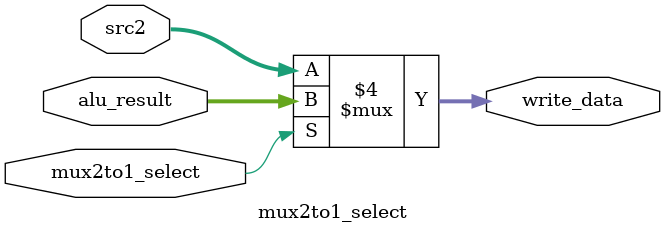
<source format=v>
`timescale 1ns/10ps

module mux2to1_select(write_data,src2,alu_result,mux2to1_select);
  output reg [31:0] write_data;
  input [31:0] src2;
  input [31:0] alu_result;
  input mux2to1_select;
 
 always @ (src2 or alu_result or mux2to1_select) 
  begin
    if (mux2to1_select==0)begin
        write_data<=src2;
        end
  
    else begin 
        write_data<=alu_result;
        end
  end
endmodule
</source>
